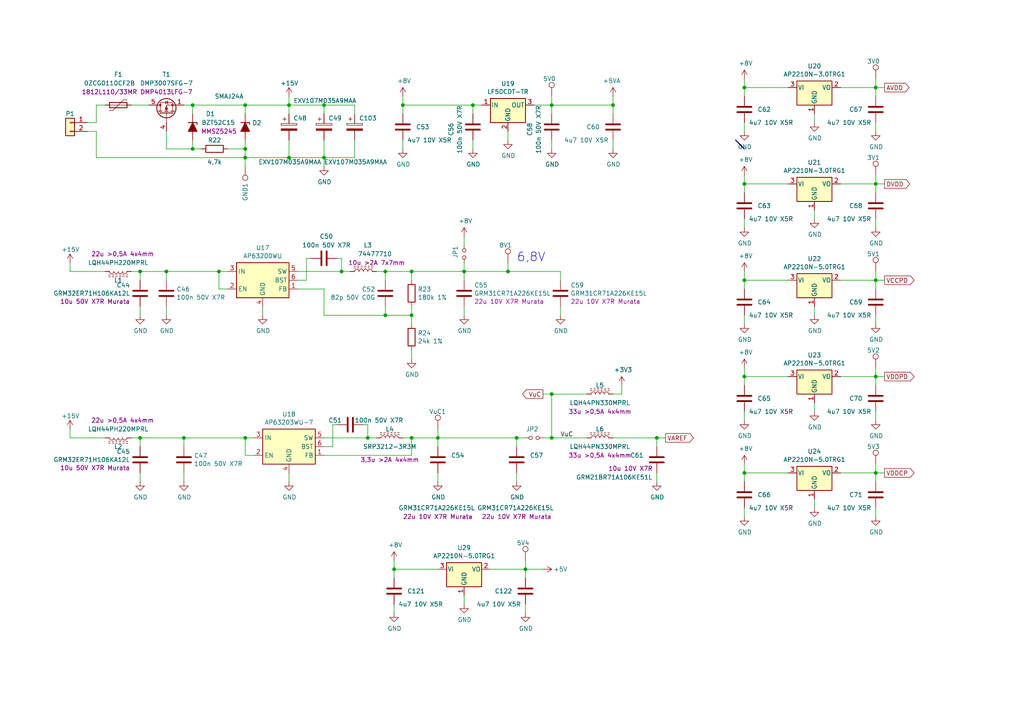
<source format=kicad_sch>
(kicad_sch (version 20230121) (generator eeschema)
  (paper "A4")
  (lib_symbols
    (symbol "Connector:TestPoint" (pin_numbers hide) (pin_names (offset 0.762) hide)
      (property "Reference" "TP" (at 0 6.858 0))
      (property "Value" "TestPoint" (at 0 5.08 0))
      (symbol "TestPoint_0_1"
        (circle (center 0 3.302) (radius 0.762))
      )
      (symbol "TestPoint_1_1"
        (pin passive line (at 0 0 90) (length 2.54) (name "1") (number "1"))
      )
    )
    (symbol "Connector_Generic:Conn_01x02" (pin_names (offset 1.016) hide)
      (property "Reference" "J" (at 0 2.54 0))
      (property "Value" "Conn_01x02" (at 0 -5.08 0))
      (symbol "Conn_01x02_1_1"
        (rectangle (start -1.27 -2.413) (end 0 -2.667) (stroke (width 0.1524)))
        (rectangle (start -1.27 0.127) (end 0 -0.127) (stroke (width 0.1524)))
        (rectangle (start -1.27 1.27) (end 1.27 -3.81) (stroke (width 0.254)) (fill (type background)))
        (pin passive line (at -5.08 0 0) (length 3.81) (name "Pin_1") (number "1"))
        (pin passive line (at -5.08 -2.54 0) (length 3.81) (name "Pin_2") (number "2"))
      )
    )
    (symbol "Device:C" (pin_numbers hide) (pin_names (offset 0.254))
      (property "Reference" "C" (at 0.635 2.54 0))
      (property "Value" "C" (at 0.635 -2.54 0))
      (symbol "C_0_1"
        (polyline (pts (xy -2.032 -0.762) (xy 2.032 -0.762)) (stroke (width 0.508)))
        (polyline (pts (xy -2.032 0.762) (xy 2.032 0.762)) (stroke (width 0.508)))
      )
      (symbol "C_1_1"
        (pin passive line (at 0 3.81 270) (length 2.794) (name "~") (number "1"))
        (pin passive line (at 0 -3.81 90) (length 2.794) (name "~") (number "2"))
      )
    )
    (symbol "Device:Polyfuse" (pin_numbers hide) (pin_names (offset 0))
      (property "Reference" "F" (at -2.54 0 90))
      (property "Value" "Polyfuse" (at 2.54 0 90))
      (symbol "Polyfuse_0_1"
        (rectangle (start -0.762 2.54) (end 0.762 -2.54) (stroke (width 0.254)))
        (polyline (pts (xy 0 2.54) (xy 0 -2.54)))
        (polyline (pts (xy -1.524 2.54) (xy -1.524 1.524) (xy 1.524 -1.524) (xy 1.524 -2.54)))
      )
      (symbol "Polyfuse_1_1"
        (pin passive line (at 0 3.81 270) (length 1.27) (name "~") (number "1"))
        (pin passive line (at 0 -3.81 90) (length 1.27) (name "~") (number "2"))
      )
    )
    (symbol "Device:R" (pin_numbers hide) (pin_names (offset 0))
      (property "Reference" "R" (at 2.032 0 90))
      (property "Value" "R" (at 0 0 90))
      (symbol "R_0_1"
        (rectangle (start -1.016 -2.54) (end 1.016 2.54) (stroke (width 0.254)))
      )
      (symbol "R_1_1"
        (pin passive line (at 0 3.81 270) (length 1.27) (name "~") (number "1"))
        (pin passive line (at 0 -3.81 90) (length 1.27) (name "~") (number "2"))
      )
    )
    (symbol "Regulator_Linear:APE8865N-27-HF-3" (pin_names (offset 0.254))
      (property "Reference" "U" (at -3.81 3.175 0))
      (property "Value" "APE8865N-27-HF-3" (at 0 3.175 0))
      (symbol "APE8865N-27-HF-3_0_1"
        (rectangle (start -5.08 1.905) (end 5.08 -5.08) (stroke (width 0.254)) (fill (type background)))
      )
      (symbol "APE8865N-27-HF-3_1_1"
        (pin power_in line (at 0 -7.62 90) (length 2.54) (name "GND") (number "1"))
        (pin power_out line (at 7.62 0 180) (length 2.54) (name "VO") (number "2"))
        (pin power_in line (at -7.62 0 0) (length 2.54) (name "VI") (number "3"))
      )
    )
    (symbol "Regulator_Linear:L7805" (pin_names (offset 0.254))
      (property "Reference" "U" (at -3.81 3.175 0))
      (property "Value" "L7805" (at 0 3.175 0))
      (symbol "L7805_0_1"
        (rectangle (start -5.08 1.905) (end 5.08 -5.08) (stroke (width 0.254)) (fill (type background)))
      )
      (symbol "L7805_1_1"
        (pin power_in line (at -7.62 0 0) (length 2.54) (name "IN") (number "1"))
        (pin power_in line (at 0 -7.62 90) (length 2.54) (name "GND") (number "2"))
        (pin power_out line (at 7.62 0 180) (length 2.54) (name "OUT") (number "3"))
      )
    )
    (symbol "Regulator_Switching:AP63205WU"
      (property "Reference" "U" (at -7.62 6.35 0))
      (property "Value" "AP63205WU" (at 2.54 6.35 0))
      (symbol "AP63205WU_0_1"
        (rectangle (start -7.62 5.08) (end 7.62 -5.08) (stroke (width 0.254)) (fill (type background)))
      )
      (symbol "AP63205WU_1_1"
        (pin input line (at 10.16 -2.54 180) (length 2.54) (name "FB") (number "1"))
        (pin input line (at -10.16 -2.54 0) (length 2.54) (name "EN") (number "2"))
        (pin power_in line (at -10.16 2.54 0) (length 2.54) (name "IN") (number "3"))
        (pin power_in line (at 0 -7.62 90) (length 2.54) (name "GND") (number "4"))
        (pin output line (at 10.16 2.54 180) (length 2.54) (name "SW") (number "5"))
        (pin passive line (at 10.16 0 180) (length 2.54) (name "BST") (number "6"))
      )
    )
    (symbol "Transistor_FET:DMP3013SFV" (pin_names hide)
      (property "Reference" "Q" (at 5.08 1.905 0))
      (property "Value" "DMP3013SFV" (at 5.08 0 0))
      (symbol "DMP3013SFV_0_1"
        (polyline (pts (xy 0.254 0) (xy -2.54 0)))
        (polyline (pts (xy 0.254 1.905) (xy 0.254 -1.905)) (stroke (width 0.254)))
        (polyline (pts (xy 0.762 -1.27) (xy 0.762 -2.286)) (stroke (width 0.254)))
        (polyline (pts (xy 0.762 0.508) (xy 0.762 -0.508)) (stroke (width 0.254)))
        (polyline (pts (xy 0.762 2.286) (xy 0.762 1.27)) (stroke (width 0.254)))
        (polyline (pts (xy 2.54 2.54) (xy 2.54 1.778)))
        (polyline (pts (xy 2.54 -2.54) (xy 2.54 0) (xy 0.762 0)))
        (polyline (pts (xy 0.762 1.778) (xy 3.302 1.778) (xy 3.302 -1.778) (xy 0.762 -1.778)))
        (polyline (pts (xy 2.286 0) (xy 1.27 0.381) (xy 1.27 -0.381) (xy 2.286 0)) (fill (type outline)))
        (polyline (pts (xy 2.794 -0.508) (xy 2.921 -0.381) (xy 3.683 -0.381) (xy 3.81 -0.254)))
        (polyline (pts (xy 3.302 -0.381) (xy 2.921 0.254) (xy 3.683 0.254) (xy 3.302 -0.381)))
        (circle (center 1.651 0) (radius 2.794) (stroke (width 0.254)))
        (circle (center 2.54 -1.778) (radius 0.254) (fill (type outline)))
        (circle (center 2.54 1.778) (radius 0.254) (fill (type outline)))
      )
      (symbol "DMP3013SFV_1_1"
        (pin passive line (at 2.54 -5.08 90) (length 2.54) (name "S") (number "1"))
        (pin passive line (at 2.54 -5.08 90) (length 2.54) hide (name "S") (number "2"))
        (pin passive line (at 2.54 -5.08 90) (length 2.54) hide (name "S") (number "3"))
        (pin passive line (at -5.08 0 0) (length 2.54) (name "G") (number "4"))
        (pin passive line (at 2.54 5.08 270) (length 2.54) (name "D") (number "5"))
      )
    )
    (symbol "power:+15V" (power) (pin_names (offset 0))
      (property "Value" "+15V" (at 0 3.556 0))
      (symbol "+15V_0_1"
        (polyline (pts (xy -0.762 1.27) (xy 0 2.54)))
        (polyline (pts (xy 0 0) (xy 0 2.54)))
        (polyline (pts (xy 0 2.54) (xy 0.762 1.27)))
      )
      (symbol "+15V_1_1"
        (pin power_in line (at 0 0 90) (length 0) hide (name "+15V") (number "1"))
      )
    )
    (symbol "power:+3V3" (power) (pin_names (offset 0))
      (property "Value" "+3V3" (at 0 3.556 0))
      (symbol "+3V3_0_1"
        (polyline (pts (xy -0.762 1.27) (xy 0 2.54)))
        (polyline (pts (xy 0 0) (xy 0 2.54)))
        (polyline (pts (xy 0 2.54) (xy 0.762 1.27)))
      )
      (symbol "+3V3_1_1"
        (pin power_in line (at 0 0 90) (length 0) hide (name "+3V3") (number "1"))
      )
    )
    (symbol "power:+5V" (power) (pin_names (offset 0))
      (property "Value" "+5V" (at 0 3.556 0))
      (symbol "+5V_0_1"
        (polyline (pts (xy -0.762 1.27) (xy 0 2.54)))
        (polyline (pts (xy 0 0) (xy 0 2.54)))
        (polyline (pts (xy 0 2.54) (xy 0.762 1.27)))
      )
      (symbol "+5V_1_1"
        (pin power_in line (at 0 0 90) (length 0) hide (name "+5V") (number "1"))
      )
    )
    (symbol "power:+5VA" (power) (pin_names (offset 0))
      (property "Value" "+5VA" (at 0 3.556 0))
      (symbol "+5VA_0_1"
        (polyline (pts (xy -0.762 1.27) (xy 0 2.54)))
        (polyline (pts (xy 0 0) (xy 0 2.54)))
        (polyline (pts (xy 0 2.54) (xy 0.762 1.27)))
      )
      (symbol "+5VA_1_1"
        (pin power_in line (at 0 0 90) (length 0) hide (name "+5VA") (number "1"))
      )
    )
    (symbol "power:+8V" (power) (pin_names (offset 0))
      (property "Value" "+8V" (at 0 3.556 0))
      (symbol "+8V_0_1"
        (polyline (pts (xy -0.762 1.27) (xy 0 2.54)))
        (polyline (pts (xy 0 0) (xy 0 2.54)))
        (polyline (pts (xy 0 2.54) (xy 0.762 1.27)))
      )
      (symbol "+8V_1_1"
        (pin power_in line (at 0 0 90) (length 0) hide (name "+8V") (number "1"))
      )
    )
    (symbol "power:GND" (power) (pin_names (offset 0))
      (property "Value" "GND" (at 0 -3.81 0))
      (symbol "GND_0_1"
        (polyline (pts (xy 0 0) (xy 0 -1.27) (xy 1.27 -1.27) (xy 0 -2.54) (xy -1.27 -1.27) (xy 0 -1.27)))
      )
      (symbol "GND_1_1"
        (pin power_in line (at 0 0 270) (length 0) hide (name "GND") (number "1"))
      )
    )
    (symbol "powersc7-rescue:CP-Device" (pin_numbers hide) (pin_names (offset 0.254))
      (property "Reference" "C" (at 0.635 2.54 0))
      (property "Value" "Device_CP" (at 0.635 -2.54 0))
      (symbol "CP-Device_0_1"
        (rectangle (start -2.286 0.508) (end 2.286 1.016))
        (polyline (pts (xy -1.778 2.286) (xy -0.762 2.286)))
        (polyline (pts (xy -1.27 2.794) (xy -1.27 1.778)))
        (rectangle (start 2.286 -0.508) (end -2.286 -1.016) (fill (type outline)))
      )
      (symbol "CP-Device_1_1"
        (pin passive line (at 0 3.81 270) (length 2.794) (name "~") (number "1"))
        (pin passive line (at 0 -3.81 90) (length 2.794) (name "~") (number "2"))
      )
    )
    (symbol "powersc7-rescue:D_Zener_ALT-Device" (pin_numbers hide) (pin_names (offset 1.016) hide)
      (property "Reference" "D" (at 0 2.54 0))
      (property "Value" "Device_D_Zener_ALT" (at 0 -2.54 0))
      (symbol "D_Zener_ALT-Device_0_1"
        (polyline (pts (xy 1.27 0) (xy -1.27 0)))
        (polyline (pts (xy -1.27 -1.27) (xy -1.27 1.27) (xy -0.762 1.27)) (stroke (width 0.254)))
        (polyline (pts (xy 1.27 -1.27) (xy 1.27 1.27) (xy -1.27 0) (xy 1.27 -1.27)) (stroke (width 0.254)) (fill (type outline)))
      )
      (symbol "D_Zener_ALT-Device_1_1"
        (pin passive line (at -3.81 0 0) (length 2.54) (name "K") (number "1"))
        (pin passive line (at 3.81 0 180) (length 2.54) (name "A") (number "2"))
      )
    )
    (symbol "powersc7-rescue:Jumper_NO_Small-Device" (pin_numbers hide) (pin_names (offset 0.762) hide)
      (property "Reference" "JP" (at 0 2.032 0))
      (property "Value" "Device_Jumper_NO_Small" (at 0.254 -1.524 0))
      (symbol "Jumper_NO_Small-Device_0_1"
        (circle (center -1.016 0) (radius 0.508))
        (circle (center 1.016 0) (radius 0.508))
        (pin passive line (at -2.54 0 0) (length 1.016) (name "1") (number "1"))
        (pin passive line (at 2.54 0 180) (length 1.016) (name "2") (number "2"))
      )
    )
    (symbol "powersc7-rescue:L_Core_Ferrite-Device" (pin_numbers hide) (pin_names (offset 1.016) hide)
      (property "Reference" "L" (at -1.27 0 90))
      (property "Value" "Device_L_Core_Ferrite" (at 2.794 0 90))
      (symbol "L_Core_Ferrite-Device_0_1"
        (arc (start 0 -2.54) (mid 0.6323 -1.905) (end 0 -1.27))
        (arc (start 0 -1.27) (mid 0.6323 -0.635) (end 0 0))
        (polyline (pts (xy 1.016 -2.794) (xy 1.016 -2.286)))
        (polyline (pts (xy 1.016 -1.778) (xy 1.016 -1.27)))
        (polyline (pts (xy 1.016 -0.762) (xy 1.016 -0.254)))
        (polyline (pts (xy 1.016 0.254) (xy 1.016 0.762)))
        (polyline (pts (xy 1.016 1.27) (xy 1.016 1.778)))
        (polyline (pts (xy 1.016 2.286) (xy 1.016 2.794)))
        (polyline (pts (xy 1.524 -2.286) (xy 1.524 -2.794)))
        (polyline (pts (xy 1.524 -1.27) (xy 1.524 -1.778)))
        (polyline (pts (xy 1.524 -0.254) (xy 1.524 -0.762)))
        (polyline (pts (xy 1.524 0.762) (xy 1.524 0.254)))
        (polyline (pts (xy 1.524 1.778) (xy 1.524 1.27)))
        (polyline (pts (xy 1.524 2.794) (xy 1.524 2.286)))
        (arc (start 0 0) (mid 0.6323 0.635) (end 0 1.27))
        (arc (start 0 1.27) (mid 0.6323 1.905) (end 0 2.54))
      )
      (symbol "L_Core_Ferrite-Device_1_1"
        (pin passive line (at 0 3.81 270) (length 1.27) (name "1") (number "1"))
        (pin passive line (at 0 -3.81 90) (length 1.27) (name "2") (number "2"))
      )
    )
  )
  (junction (at 71.12 30.48))
  (junction (at 83.82 45.72))
  (junction (at 71.12 43.18))
  (junction (at 254 109.22))
  (junction (at 137.16 30.48))
  (junction (at 215.9 109.22))
  (junction (at 55.88 30.48))
  (junction (at 40.64 78.74))
  (junction (at 63.5 78.74))
  (junction (at 71.12 127))
  (junction (at 40.64 127))
  (junction (at 160.02 30.48))
  (junction (at 119.38 78.74))
  (junction (at 99.06 78.74))
  (junction (at 254 25.4))
  (junction (at 254 137.16))
  (junction (at 55.88 43.18))
  (junction (at 111.76 78.74))
  (junction (at 190.5 127))
  (junction (at 106.68 127))
  (junction (at 149.86 127))
  (junction (at 254 81.28))
  (junction (at 215.9 53.34))
  (junction (at 71.12 45.72))
  (junction (at 93.98 30.48))
  (junction (at 254 53.34))
  (junction (at 116.84 30.48))
  (junction (at 147.32 78.74))
  (junction (at 160.02 114.3))
  (junction (at 215.9 81.28))
  (junction (at 160.02 127))
  (junction (at 114.3 165.1))
  (junction (at 119.38 127))
  (junction (at 53.34 127))
  (junction (at 152.4 165.1))
  (junction (at 215.9 137.16))
  (junction (at 215.9 25.4))
  (junction (at 48.26 78.74))
  (junction (at 83.82 30.48))
  (junction (at 134.62 78.74))
  (junction (at 111.76 91.44))
  (junction (at 177.8 30.48))
  (junction (at 127 127))
  (junction (at 93.98 45.72))
  (junction (at 119.38 91.44))
  (wire (pts (xy 83.82 45.72) (xy 93.98 45.72)))
  (wire (pts (xy 55.88 43.18) (xy 55.88 40.64)))
  (wire (pts (xy 111.76 91.44) (xy 93.98 91.44)))
  (wire (pts (xy 147.32 40.64) (xy 147.32 38.1)))
  (wire (pts (xy 152.4 165.1) (xy 142.24 165.1)))
  (wire (pts (xy 116.84 43.18) (xy 116.84 40.64)))
  (wire (pts (xy 236.22 147.32) (xy 236.22 144.78)))
  (wire (pts (xy 254 38.1) (xy 254 35.56)))
  (wire (pts (xy 228.6 109.22) (xy 215.9 109.22)))
  (wire (pts (xy 93.98 132.08) (xy 119.38 132.08)))
  (wire (pts (xy 137.16 33.02) (xy 137.16 30.48)))
  (wire (pts (xy 83.82 45.72) (xy 83.82 40.64)))
  (wire (pts (xy 215.9 38.1) (xy 215.9 35.56)))
  (wire (pts (xy 116.84 30.48) (xy 116.84 33.02)))
  (wire (pts (xy 254 66.04) (xy 254 63.5)))
  (wire (pts (xy 152.4 167.64) (xy 152.4 165.1)))
  (wire (pts (xy 40.64 127) (xy 53.34 127)))
  (wire (pts (xy 93.98 127) (xy 106.68 127)))
  (wire (pts (xy 254 139.7) (xy 254 137.16)))
  (wire (pts (xy 152.4 165.1) (xy 157.48 165.1)))
  (wire (pts (xy 160.02 30.48) (xy 154.94 30.48)))
  (wire (pts (xy 177.8 33.02) (xy 177.8 30.48)))
  (wire (pts (xy 215.9 137.16) (xy 215.9 139.7)))
  (wire (pts (xy 127 165.1) (xy 114.3 165.1)))
  (wire (pts (xy 83.82 33.02) (xy 83.82 30.48)))
  (wire (pts (xy 102.87 45.72) (xy 93.98 45.72)))
  (wire (pts (xy 71.12 127) (xy 73.66 127)))
  (wire (pts (xy 53.34 127) (xy 71.12 127)))
  (wire (pts (xy 193.04 127) (xy 190.5 127)))
  (wire (pts (xy 96.52 123.19) (xy 96.52 129.54)))
  (wire (pts (xy 119.38 81.28) (xy 119.38 78.74)))
  (wire (pts (xy 236.22 63.5) (xy 236.22 60.96)))
  (wire (pts (xy 160.02 27.94) (xy 160.02 30.48)))
  (wire (pts (xy 215.9 78.74) (xy 215.9 81.28)))
  (wire (pts (xy 63.5 78.74) (xy 66.04 78.74)))
  (wire (pts (xy 48.26 91.44) (xy 48.26 88.9)))
  (wire (pts (xy 149.86 139.7) (xy 149.86 137.16)))
  (wire (pts (xy 134.62 78.74) (xy 134.62 81.28)))
  (wire (pts (xy 149.86 127) (xy 149.86 129.54)))
  (wire (pts (xy 152.4 127) (xy 149.86 127)))
  (wire (pts (xy 160.02 33.02) (xy 160.02 30.48)))
  (wire (pts (xy 147.32 78.74) (xy 134.62 78.74)))
  (wire (pts (xy 71.12 33.02) (xy 71.12 30.48)))
  (wire (pts (xy 177.8 43.18) (xy 177.8 40.64)))
  (wire (pts (xy 228.6 137.16) (xy 215.9 137.16)))
  (wire (pts (xy 254 109.22) (xy 256.54 109.22)))
  (wire (pts (xy 38.1 127) (xy 40.64 127)))
  (wire (pts (xy 114.3 162.56) (xy 114.3 165.1)))
  (wire (pts (xy 215.9 109.22) (xy 215.9 111.76)))
  (wire (pts (xy 97.79 123.19) (xy 96.52 123.19)))
  (wire (pts (xy 83.82 45.72) (xy 71.12 45.72)))
  (wire (pts (xy 228.6 25.4) (xy 215.9 25.4)))
  (wire (pts (xy 114.3 165.1) (xy 114.3 167.64)))
  (wire (pts (xy 83.82 30.48) (xy 71.12 30.48)))
  (wire (pts (xy 215.9 93.98) (xy 215.9 91.44)))
  (wire (pts (xy 40.64 139.7) (xy 40.64 137.16)))
  (wire (pts (xy 254 25.4) (xy 256.54 25.4)))
  (wire (pts (xy 66.04 83.82) (xy 63.5 83.82)))
  (wire (pts (xy 119.38 104.14) (xy 119.38 101.6)))
  (wire (pts (xy 254 81.28) (xy 256.54 81.28)))
  (wire (pts (xy 215.9 121.92) (xy 215.9 119.38)))
  (wire (pts (xy 106.68 123.19) (xy 106.68 127)))
  (wire (pts (xy 48.26 78.74) (xy 63.5 78.74)))
  (wire (pts (xy 160.02 114.3) (xy 160.02 127)))
  (wire (pts (xy 20.32 127) (xy 30.48 127)))
  (wire (pts (xy 177.8 30.48) (xy 177.8 27.94)))
  (wire (pts (xy 20.32 78.74) (xy 30.48 78.74)))
  (wire (pts (xy 160.02 114.3) (xy 170.18 114.3)))
  (wire (pts (xy 152.4 177.8) (xy 152.4 175.26)))
  (wire (pts (xy 134.62 88.9) (xy 134.62 91.44)))
  (wire (pts (xy 119.38 127) (xy 116.84 127)))
  (wire (pts (xy 127 127) (xy 119.38 127)))
  (wire (pts (xy 93.98 83.82) (xy 86.36 83.82)))
  (wire (pts (xy 40.64 91.44) (xy 40.64 88.9)))
  (bus (pts (xy 213.36 40.64) (xy 215.9 43.18)))
  (wire (pts (xy 236.22 35.56) (xy 236.22 33.02)))
  (wire (pts (xy 27.94 35.56) (xy 27.94 30.48)))
  (wire (pts (xy 137.16 43.18) (xy 137.16 40.64)))
  (wire (pts (xy 127 127) (xy 127 129.54)))
  (wire (pts (xy 215.9 53.34) (xy 215.9 55.88)))
  (wire (pts (xy 215.9 25.4) (xy 215.9 27.94)))
  (wire (pts (xy 177.8 127) (xy 190.5 127)))
  (wire (pts (xy 71.12 132.08) (xy 71.12 127)))
  (wire (pts (xy 101.6 78.74) (xy 99.06 78.74)))
  (wire (pts (xy 40.64 81.28) (xy 40.64 78.74)))
  (wire (pts (xy 254 55.88) (xy 254 53.34)))
  (wire (pts (xy 40.64 78.74) (xy 48.26 78.74)))
  (wire (pts (xy 53.34 129.54) (xy 53.34 127)))
  (wire (pts (xy 93.98 40.64) (xy 93.98 45.72)))
  (wire (pts (xy 106.68 123.19) (xy 105.41 123.19)))
  (wire (pts (xy 119.38 91.44) (xy 111.76 91.44)))
  (wire (pts (xy 96.52 129.54) (xy 93.98 129.54)))
  (wire (pts (xy 254 27.94) (xy 254 25.4)))
  (wire (pts (xy 254 109.22) (xy 243.84 109.22)))
  (wire (pts (xy 109.22 127) (xy 106.68 127)))
  (wire (pts (xy 215.9 81.28) (xy 215.9 83.82)))
  (wire (pts (xy 254 93.98) (xy 254 91.44)))
  (wire (pts (xy 147.32 76.2) (xy 147.32 78.74)))
  (wire (pts (xy 254 121.92) (xy 254 119.38)))
  (wire (pts (xy 27.94 35.56) (xy 25.4 35.56)))
  (wire (pts (xy 86.36 78.74) (xy 99.06 78.74)))
  (wire (pts (xy 55.88 30.48) (xy 53.34 30.48)))
  (wire (pts (xy 254 149.86) (xy 254 147.32)))
  (wire (pts (xy 162.56 78.74) (xy 162.56 81.28)))
  (wire (pts (xy 40.64 129.54) (xy 40.64 127)))
  (wire (pts (xy 215.9 50.8) (xy 215.9 53.34)))
  (wire (pts (xy 38.1 78.74) (xy 40.64 78.74)))
  (wire (pts (xy 190.5 139.7) (xy 190.5 137.16)))
  (wire (pts (xy 127 124.46) (xy 127 127)))
  (wire (pts (xy 111.76 91.44) (xy 111.76 88.9)))
  (wire (pts (xy 177.8 30.48) (xy 160.02 30.48)))
  (wire (pts (xy 58.42 43.18) (xy 55.88 43.18)))
  (wire (pts (xy 162.56 78.74) (xy 147.32 78.74)))
  (wire (pts (xy 76.2 91.44) (xy 76.2 88.9)))
  (wire (pts (xy 139.7 30.48) (xy 137.16 30.48)))
  (wire (pts (xy 27.94 45.72) (xy 71.12 45.72)))
  (wire (pts (xy 119.38 93.98) (xy 119.38 91.44)))
  (wire (pts (xy 27.94 38.1) (xy 27.94 45.72)))
  (wire (pts (xy 254 25.4) (xy 243.84 25.4)))
  (wire (pts (xy 27.94 38.1) (xy 25.4 38.1)))
  (wire (pts (xy 137.16 30.48) (xy 116.84 30.48)))
  (wire (pts (xy 38.1 30.48) (xy 43.18 30.48)))
  (wire (pts (xy 157.48 127) (xy 160.02 127)))
  (wire (pts (xy 180.34 111.76) (xy 180.34 114.3)))
  (wire (pts (xy 93.98 91.44) (xy 93.98 83.82)))
  (wire (pts (xy 20.32 127) (xy 20.32 124.46)))
  (wire (pts (xy 102.87 40.64) (xy 102.87 45.72)))
  (wire (pts (xy 160.02 43.18) (xy 160.02 40.64)))
  (wire (pts (xy 119.38 78.74) (xy 134.62 78.74)))
  (wire (pts (xy 55.88 30.48) (xy 71.12 30.48)))
  (wire (pts (xy 215.9 66.04) (xy 215.9 63.5)))
  (wire (pts (xy 215.9 134.62) (xy 215.9 137.16)))
  (wire (pts (xy 102.87 30.48) (xy 93.98 30.48)))
  (wire (pts (xy 119.38 132.08) (xy 119.38 127)))
  (wire (pts (xy 236.22 91.44) (xy 236.22 88.9)))
  (wire (pts (xy 254 22.86) (xy 254 25.4)))
  (wire (pts (xy 93.98 48.26) (xy 93.98 45.72)))
  (wire (pts (xy 236.22 119.38) (xy 236.22 116.84)))
  (wire (pts (xy 215.9 149.86) (xy 215.9 147.32)))
  (wire (pts (xy 254 50.8) (xy 254 53.34)))
  (wire (pts (xy 66.04 43.18) (xy 71.12 43.18)))
  (wire (pts (xy 102.87 33.02) (xy 102.87 30.48)))
  (wire (pts (xy 119.38 91.44) (xy 119.38 88.9)))
  (wire (pts (xy 88.9 81.28) (xy 86.36 81.28)))
  (wire (pts (xy 157.48 114.3) (xy 160.02 114.3)))
  (wire (pts (xy 88.9 74.93) (xy 88.9 81.28)))
  (wire (pts (xy 254 78.74) (xy 254 81.28)))
  (wire (pts (xy 83.82 30.48) (xy 83.82 27.94)))
  (wire (pts (xy 254 106.68) (xy 254 109.22)))
  (wire (pts (xy 63.5 83.82) (xy 63.5 78.74)))
  (wire (pts (xy 134.62 175.26) (xy 134.62 172.72)))
  (wire (pts (xy 190.5 127) (xy 190.5 129.54)))
  (wire (pts (xy 99.06 74.93) (xy 99.06 78.74)))
  (wire (pts (xy 254 81.28) (xy 243.84 81.28)))
  (wire (pts (xy 134.62 76.2) (xy 134.62 78.74)))
  (wire (pts (xy 53.34 139.7) (xy 53.34 137.16)))
  (wire (pts (xy 254 53.34) (xy 256.54 53.34)))
  (wire (pts (xy 254 134.62) (xy 254 137.16)))
  (wire (pts (xy 162.56 91.44) (xy 162.56 88.9)))
  (wire (pts (xy 149.86 127) (xy 127 127)))
  (wire (pts (xy 254 83.82) (xy 254 81.28)))
  (wire (pts (xy 20.32 78.74) (xy 20.32 76.2)))
  (wire (pts (xy 254 137.16) (xy 243.84 137.16)))
  (wire (pts (xy 90.17 74.93) (xy 88.9 74.93)))
  (wire (pts (xy 109.22 78.74) (xy 111.76 78.74)))
  (wire (pts (xy 48.26 81.28) (xy 48.26 78.74)))
  (wire (pts (xy 116.84 27.94) (xy 116.84 30.48)))
  (wire (pts (xy 55.88 33.02) (xy 55.88 30.48)))
  (wire (pts (xy 254 53.34) (xy 243.84 53.34)))
  (wire (pts (xy 71.12 48.26) (xy 71.12 45.72)))
  (wire (pts (xy 71.12 45.72) (xy 71.12 43.18)))
  (wire (pts (xy 111.76 81.28) (xy 111.76 78.74)))
  (wire (pts (xy 93.98 33.02) (xy 93.98 30.48)))
  (wire (pts (xy 254 111.76) (xy 254 109.22)))
  (wire (pts (xy 71.12 43.18) (xy 71.12 40.64)))
  (wire (pts (xy 55.88 43.18) (xy 48.26 43.18)))
  (wire (pts (xy 27.94 30.48) (xy 30.48 30.48)))
  (wire (pts (xy 134.62 71.12) (xy 134.62 68.58)))
  (wire (pts (xy 48.26 43.18) (xy 48.26 38.1)))
  (wire (pts (xy 111.76 78.74) (xy 119.38 78.74)))
  (wire (pts (xy 127 137.16) (xy 127 139.7)))
  (wire (pts (xy 152.4 162.56) (xy 152.4 165.1)))
  (wire (pts (xy 160.02 127) (xy 170.18 127)))
  (wire (pts (xy 114.3 177.8) (xy 114.3 175.26)))
  (wire (pts (xy 228.6 81.28) (xy 215.9 81.28)))
  (wire (pts (xy 180.34 114.3) (xy 177.8 114.3)))
  (wire (pts (xy 228.6 53.34) (xy 215.9 53.34)))
  (wire (pts (xy 73.66 132.08) (xy 71.12 132.08)))
  (wire (pts (xy 93.98 30.48) (xy 83.82 30.48)))
  (wire (pts (xy 215.9 106.68) (xy 215.9 109.22)))
  (wire (pts (xy 215.9 22.86) (xy 215.9 25.4)))
  (wire (pts (xy 99.06 74.93) (xy 97.79 74.93)))
  (wire (pts (xy 254 137.16) (xy 256.54 137.16)))
  (wire (pts (xy 83.82 139.7) (xy 83.82 137.16)))
  (text "6,8V" (at 149.86 76.2 0) (effects (font (size 2.54 2.54)) (justify left bottom)))
  (label "VuC" (at 162.56 127 0))
  (global_label "AVDD" (shape output) (at 256.54 25.4 0) (property "Intersheetrefs" "${INTERSHEET_REFS}" (effects hide)))
  (global_label "VuC" (shape output) (at 157.48 114.3 180) (property "Intersheetrefs" "${INTERSHEET_REFS}" (effects hide)))
  (global_label "VDDPD" (shape output) (at 256.54 109.22 0) (property "Intersheetrefs" "${INTERSHEET_REFS}" (effects hide)))
  (global_label "VDDCP" (shape output) (at 256.54 137.16 0) (property "Intersheetrefs" "${INTERSHEET_REFS}" (effects hide)))
  (global_label "DVDD" (shape output) (at 256.54 53.34 0) (property "Intersheetrefs" "${INTERSHEET_REFS}" (effects hide)))
  (global_label "VCCPD" (shape output) (at 256.54 81.28 0) (property "Intersheetrefs" "${INTERSHEET_REFS}" (effects hide)))
  (global_label "VAREF" (shape output) (at 193.04 127 0) (property "Intersheetrefs" "${INTERSHEET_REFS}" (effects hide)))
  (symbol (lib_id "powersc7-rescue:Jumper_NO_Small-Device") (at 134.62 73.66 90) (unit 1)
    (property "Reference" "JP1" (at 132.08 74.93 0) (effects (justify left)))
    (property "Value" "Jumper_NO_Small" (effects hide))
    (property "Footprint" "ff_lib:GS2_small" (effects hide))
  )
  (symbol (lib_id "power:+5VA") (at 177.8 27.94 0) (mirror y) (unit 1)
    (property "Reference" "#PWR0192" (effects hide))
    (property "Value" "+5VA" (at 177.419 23.4442 0))
  )
  (symbol (lib_id "Regulator_Linear:L7805") (at 147.32 30.48 0) (unit 1)
    (property "Reference" "U19" (at 147.32 24.257 0))
    (property "Value" "LF50CDT-TR" (at 147.32 26.6192 0))
    (property "Footprint" "Package_TO_SOT_SMD:TO-252-3_TabPin2" (effects hide))
    (property "Datasheet" "http://www.st.com/content/ccc/resource/technical/document/datasheet/41/4f/b3/b0/12/d4/47/88/CD00000444.pdf/files/CD00000444.pdf/jcr:content/translations/en.CD00000444.pdf" (effects hide))
  )
  (symbol (lib_id "Device:C") (at 116.84 36.83 0) (unit 1)
    (property "Reference" "C53" (at 120.65 36.83 0) (effects (justify left)))
    (property "Value" "4u7 10V X5R" (at 118.11 40.64 0) (effects (justify left)))
    (property "Footprint" "Capacitors_SMD:C_0603" (effects hide))
  )
  (symbol (lib_id "Device:C") (at 177.8 36.83 0) (mirror y) (unit 1)
    (property "Reference" "C60" (at 173.99 36.83 0) (effects (justify left)))
    (property "Value" "4u7 10V X5R" (at 176.53 40.64 0) (effects (justify left)))
    (property "Footprint" "Capacitors_SMD:C_0603" (effects hide))
  )
  (symbol (lib_id "power:GND") (at 116.84 43.18 0) (unit 1)
    (property "Reference" "#PWR099" (effects hide))
    (property "Value" "GND" (at 116.967 47.6758 0))
  )
  (symbol (lib_id "power:GND") (at 147.32 40.64 0) (unit 1)
    (property "Reference" "#PWR0105" (effects hide))
    (property "Value" "GND" (at 147.447 45.1358 0))
  )
  (symbol (lib_id "power:GND") (at 177.8 43.18 0) (unit 1)
    (property "Reference" "#PWR0109" (effects hide))
    (property "Value" "GND" (at 177.927 47.6758 0))
  )
  (symbol (lib_id "power:+8V") (at 116.84 27.94 0) (unit 1)
    (property "Reference" "#PWR098" (effects hide))
    (property "Value" "+8V" (at 117.221 23.4442 0))
  )
  (symbol (lib_id "Device:C") (at 137.16 36.83 0) (mirror x) (unit 1)
    (property "Reference" "C56" (at 130.81 35.56 90) (effects (justify left)))
    (property "Value" "100n 50V X7R" (at 133.35 30.48 90) (effects (justify left)))
    (property "Footprint" "Capacitors_SMD:C_0603" (effects hide))
  )
  (symbol (lib_id "Device:C") (at 160.02 36.83 0) (mirror x) (unit 1)
    (property "Reference" "C58" (at 153.67 35.56 90) (effects (justify left)))
    (property "Value" "100n 50V X7R" (at 156.21 30.48 90) (effects (justify left)))
    (property "Footprint" "Capacitors_SMD:C_0603" (effects hide))
  )
  (symbol (lib_id "power:GND") (at 160.02 43.18 0) (unit 1)
    (property "Reference" "#PWR0107" (effects hide))
    (property "Value" "GND" (at 160.147 47.6758 0))
  )
  (symbol (lib_id "power:GND") (at 137.16 43.18 0) (unit 1)
    (property "Reference" "#PWR0104" (effects hide))
    (property "Value" "GND" (at 137.287 47.6758 0))
  )
  (symbol (lib_id "Connector:TestPoint") (at 160.02 27.94 0) (unit 1)
    (property "Reference" "5V0" (at 157.48 22.86 0) (effects (justify left)))
    (property "Value" "TestPoint" (effects hide))
    (property "Footprint" "Connectors_TestPoints:Test_Point_THTPad_1.5x1.5mm_Drill0.7mm" (effects hide))
  )
  (symbol (lib_id "Connector:TestPoint") (at 254 22.86 0) (unit 1)
    (property "Reference" "3V0" (at 251.46 17.78 0) (effects (justify left)))
    (property "Value" "TestPoint" (effects hide))
    (property "Footprint" "Connectors_TestPoints:Test_Point_THTPad_1.5x1.5mm_Drill0.7mm" (effects hide))
  )
  (symbol (lib_id "Connector:TestPoint") (at 254 50.8 0) (unit 1)
    (property "Reference" "3V1" (at 251.46 45.72 0) (effects (justify left)))
    (property "Value" "TestPoint" (effects hide))
    (property "Footprint" "Connectors_TestPoints:Test_Point_THTPad_1.5x1.5mm_Drill0.7mm" (effects hide))
  )
  (symbol (lib_id "Connector:TestPoint") (at 254 78.74 0) (unit 1)
    (property "Reference" "5V1" (at 251.46 73.66 0) (effects (justify left)))
    (property "Value" "TestPoint" (effects hide))
    (property "Footprint" "Connectors_TestPoints:Test_Point_THTPad_1.5x1.5mm_Drill0.7mm" (effects hide))
  )
  (symbol (lib_id "Connector:TestPoint") (at 254 106.68 0) (unit 1)
    (property "Reference" "5V2" (at 251.46 101.6 0) (effects (justify left)))
    (property "Value" "TestPoint" (effects hide))
    (property "Footprint" "Connectors_TestPoints:Test_Point_THTPad_1.5x1.5mm_Drill0.7mm" (effects hide))
  )
  (symbol (lib_id "Connector:TestPoint") (at 254 134.62 0) (unit 1)
    (property "Reference" "5V3" (at 251.46 129.54 0) (effects (justify left)))
    (property "Value" "TestPoint" (effects hide))
    (property "Footprint" "Connectors_TestPoints:Test_Point_THTPad_1.5x1.5mm_Drill0.7mm" (effects hide))
  )
  (symbol (lib_id "powersc7-rescue:D_Zener_ALT-Device") (at 71.12 36.83 270) (unit 1)
    (property "Reference" "D2" (at 73.152 35.6362 90) (effects (justify left)))
    (property "Value" "SMAJ24A" (at 62.23 27.94 90) (effects (justify left)))
    (property "Footprint" "Diodes_SMD:D_SMC" (effects hide))
  )
  (symbol (lib_id "powersc7-rescue:CP-Device") (at 83.82 36.83 0) (unit 1)
    (property "Reference" "C48" (at 85.09 34.29 0) (effects (justify left)))
    (property "Value" "EXV107M035A9MAA" (at 74.93 46.99 0) (effects (justify left)))
    (property "Footprint" "Capacitors_SMD:CP_Elec_8x10.5" (effects hide))
    (property "Comm" "≥100u ≥30V ≥4000h Ø8 ≥105°C " (effects hide))
  )
  (symbol (lib_id "Transistor_FET:DMP3013SFV") (at 48.26 33.02 90) (unit 1)
    (property "Reference" "T1" (at 48.26 21.59 90))
    (property "Value" "DMP3007SFG-7" (at 48.26 24.13 90))
    (property "Footprint" "Housings_SON:Diodes_PowerDI3333-8" (effects hide))
    (property "Datasheet" "https://www.diodes.com/assets/Datasheets/DMP3007SFG.pdf" (effects hide))
    (property "Comm" "DMP4013LFG-7" (at 48.26 26.67 90))
  )
  (symbol (lib_id "powersc7-rescue:D_Zener_ALT-Device") (at 55.88 36.83 270) (unit 1)
    (property "Reference" "D1" (at 59.69 33.02 90) (effects (justify left)))
    (property "Value" "BZT52C15" (at 58.42 35.56 90) (effects (justify left)))
    (property "Footprint" "Diodes_SMD:D_SOD-123" (effects hide))
    (property "Comm" "MMSZ5245" (at 63.5 38.1 90))
  )
  (symbol (lib_id "Device:R") (at 62.23 43.18 270) (unit 1)
    (property "Reference" "R22" (at 62.23 40.64 90))
    (property "Value" "4,7k" (at 62.23 46.99 90))
    (property "Footprint" "ff_lib:R_0603_ff" (effects hide))
  )
  (symbol (lib_id "Connector_Generic:Conn_01x02") (at 20.32 35.56 0) (mirror y) (unit 1)
    (property "Reference" "P1" (at 20.32 33.02 0))
    (property "Value" "MSTBA 2,5/ 2-G-5,08 - 1757242" (effects hide))
    (property "Footprint" "Connectors_Phoenix:PhoenixContact_MSTBA-G_02x5.08mm_Angled" (effects hide))
    (property "Vendor" "Adam Tech, TE Connectivity, Xinya, Ninigi" (effects hide))
  )
  (symbol (lib_id "powersc7-rescue:Jumper_NO_Small-Device") (at 154.94 127 0) (mirror y) (unit 1)
    (property "Reference" "JP2" (at 156.21 124.46 0) (effects (justify left)))
    (property "Value" "Jumper_NO_Small" (effects hide))
    (property "Footprint" "ff_lib:GS2_small" (effects hide))
  )
  (symbol (lib_id "Regulator_Switching:AP63205WU") (at 83.82 129.54 0) (unit 1)
    (property "Reference" "U18" (at 83.82 120.142 0))
    (property "Value" "AP63203WU-7" (at 83.82 122.5042 0))
    (property "Footprint" "Package_TO_SOT_SMD:TSOT-23-6" (effects hide))
    (property "Datasheet" "https://www.diodes.com/assets/Datasheets/AP63200-AP63201-AP63203-AP63205.pdf" (effects hide))
  )
  (symbol (lib_id "power:GND") (at 83.82 139.7 0) (unit 1)
    (property "Reference" "#PWR097" (effects hide))
    (property "Value" "GND" (at 83.947 144.1958 0))
  )
  (symbol (lib_id "Device:C") (at 40.64 133.35 0) (mirror y) (unit 1)
    (property "Reference" "C45" (at 37.719 130.9878 0) (effects (justify left)))
    (property "Value" "GRM32ER71H106KA12L" (at 37.719 133.35 0) (effects (justify left)))
    (property "Footprint" "Capacitors_SMD:C_1210" (effects hide))
    (property "Comm" "10u 50V X7R Murata" (at 37.719 135.7122 0) (effects (justify left)))
  )
  (symbol (lib_id "power:GND") (at 40.64 139.7 0) (unit 1)
    (property "Reference" "#PWR092" (effects hide))
    (property "Value" "GND" (at 40.767 144.1958 0))
  )
  (symbol (lib_id "Device:C") (at 101.6 123.19 270) (unit 1)
    (property "Reference" "C51" (at 95.25 121.92 90) (effects (justify left)))
    (property "Value" "100n 50V X7R" (at 102.87 121.92 90) (effects (justify left)))
    (property "Footprint" "Capacitors_SMD:C_0603" (effects hide))
  )
  (symbol (lib_id "powersc7-rescue:L_Core_Ferrite-Device") (at 113.03 127 270) (mirror x) (unit 1)
    (property "Reference" "L4" (at 113.03 124.46 90))
    (property "Value" "SRP3212-3R3M" (at 113.03 129.54 90))
    (property "Footprint" "ff_lib:L_Bourns_SRP3212" (effects hide))
    (property "Comm" "3,3u >2A 4x4mm" (at 113.03 133.35 90))
  )
  (symbol (lib_id "Device:C") (at 127 133.35 0) (unit 1)
    (property "Reference" "C54" (at 130.81 132.08 0) (effects (justify left)))
    (property "Value" "GRM31CR71A226KE15L" (at 115.57 147.32 0) (effects (justify left)))
    (property "Footprint" "Capacitors_SMD:C_1206" (effects hide))
    (property "Comm" "22u 10V X7R Murata" (at 116.84 149.86 0) (effects (justify left)))
  )
  (symbol (lib_id "Device:C") (at 149.86 133.35 0) (unit 1)
    (property "Reference" "C57" (at 153.67 132.08 0) (effects (justify left)))
    (property "Value" "GRM31CR71A226KE15L" (at 138.43 147.32 0) (effects (justify left)))
    (property "Footprint" "Capacitors_SMD:C_1206" (effects hide))
    (property "Comm" "22u 10V X7R Murata" (at 139.7 149.86 0) (effects (justify left)))
  )
  (symbol (lib_id "power:GND") (at 127 139.7 0) (unit 1)
    (property "Reference" "#PWR0101" (effects hide))
    (property "Value" "GND" (at 127.127 144.1958 0))
  )
  (symbol (lib_id "power:GND") (at 149.86 139.7 0) (unit 1)
    (property "Reference" "#PWR0106" (effects hide))
    (property "Value" "GND" (at 149.987 144.1958 0))
  )
  (symbol (lib_id "Device:C") (at 53.34 133.35 0) (unit 1)
    (property "Reference" "C47" (at 56.261 132.1562 0) (effects (justify left)))
    (property "Value" "100n 50V X7R" (at 56.261 134.5184 0) (effects (justify left)))
    (property "Footprint" "Capacitors_SMD:C_0603" (effects hide))
  )
  (symbol (lib_id "power:GND") (at 53.34 139.7 0) (unit 1)
    (property "Reference" "#PWR094" (effects hide))
    (property "Value" "GND" (at 53.467 144.1958 0))
  )
  (symbol (lib_id "power:+15V") (at 20.32 124.46 0) (unit 1)
    (property "Reference" "#PWR090" (effects hide))
    (property "Value" "+15V" (at 17.78 120.65 0) (effects (justify left)))
  )
  (symbol (lib_id "powersc7-rescue:L_Core_Ferrite-Device") (at 34.29 127 270) (unit 1)
    (property "Reference" "L2" (at 34.29 129.54 90))
    (property "Value" "LQH44PH220MPRL" (at 34.29 124.46 90))
    (property "Footprint" "ff_lib:L_MURATA_LQH44" (effects hide))
    (property "Comm" "22u >0,5A 4x4mm" (at 35.56 121.92 90))
  )
  (symbol (lib_id "Connector:TestPoint") (at 127 124.46 0) (unit 1)
    (property "Reference" "VuC1" (at 124.46 119.38 0) (effects (justify left)))
    (property "Value" "TestPoint" (effects hide))
    (property "Footprint" "Connectors_TestPoints:Test_Point_THTPad_1.5x1.5mm_Drill0.7mm" (effects hide))
  )
  (symbol (lib_id "Device:C") (at 190.5 133.35 0) (mirror y) (unit 1)
    (property "Reference" "C61" (at 186.69 132.08 0) (effects (justify left)))
    (property "Value" "GRM21BR71A106KE51L" (at 189.23 138.43 0) (effects (justify left)))
    (property "Footprint" "Capacitors_SMD:C_0805" (effects hide))
    (property "Comm" "10u 10V X7R" (at 182.88 135.89 0))
  )
  (symbol (lib_id "power:GND") (at 190.5 139.7 0) (unit 1)
    (property "Reference" "#PWR0111" (effects hide))
    (property "Value" "GND" (at 190.627 144.1958 0))
  )
  (symbol (lib_id "Device:Polyfuse") (at 34.29 30.48 270) (unit 1)
    (property "Reference" "F1" (at 34.29 21.59 90))
    (property "Value" "0ZCG0110CF2B" (at 31.75 24.13 90))
    (property "Footprint" "Resistors_SMD:R_1812" (effects hide))
    (property "Comm" "1812L110/33MR" (at 31.75 26.67 90))
  )
  (symbol (lib_id "power:+15V") (at 83.82 27.94 0) (unit 1)
    (property "Reference" "#PWR096" (effects hide))
    (property "Value" "+15V" (at 81.28 24.13 0) (effects (justify left)))
  )
  (symbol (lib_id "Connector:TestPoint") (at 71.12 48.26 180) (unit 1)
    (property "Reference" "GND1" (at 71.12 53.0352 90) (effects (justify left)))
    (property "Value" "TestPoint" (effects hide))
    (property "Footprint" "Connectors_TestPoints:Test_Point_Bridge_Pitch2.54mm_Drill1.0mm" (effects hide))
  )
  (symbol (lib_id "Regulator_Linear:APE8865N-27-HF-3") (at 134.62 165.1 0) (unit 1)
    (property "Reference" "U29" (at 134.62 158.877 0))
    (property "Value" "AP2210N-5.0TRG1" (at 134.62 161.2392 0))
    (property "Footprint" "Package_TO_SOT_SMD:SOT-23" (effects hide))
    (property "Datasheet" "https://www.diodes.com/assets/Datasheets/AP2210.pdf" (effects hide))
  )
  (symbol (lib_id "Device:C") (at 114.3 171.45 0) (unit 1)
    (property "Reference" "C121" (at 118.11 171.45 0) (effects (justify left)))
    (property "Value" "4u7 10V X5R" (at 115.57 175.26 0) (effects (justify left)))
    (property "Footprint" "Capacitors_SMD:C_0603" (effects hide))
  )
  (symbol (lib_id "Device:C") (at 152.4 171.45 0) (mirror y) (unit 1)
    (property "Reference" "C122" (at 148.59 171.45 0) (effects (justify left)))
    (property "Value" "4u7 10V X5R" (at 151.13 175.26 0) (effects (justify left)))
    (property "Footprint" "Capacitors_SMD:C_0603" (effects hide))
  )
  (symbol (lib_id "power:GND") (at 114.3 177.8 0) (unit 1)
    (property "Reference" "#PWR0212" (effects hide))
    (property "Value" "GND" (at 114.427 182.2958 0))
  )
  (symbol (lib_id "power:GND") (at 134.62 175.26 0) (unit 1)
    (property "Reference" "#PWR0213" (effects hide))
    (property "Value" "GND" (at 134.747 179.7558 0))
  )
  (symbol (lib_id "power:GND") (at 152.4 177.8 0) (unit 1)
    (property "Reference" "#PWR0214" (effects hide))
    (property "Value" "GND" (at 152.527 182.2958 0))
  )
  (symbol (lib_id "power:+8V") (at 114.3 162.56 0) (unit 1)
    (property "Reference" "#PWR0211" (effects hide))
    (property "Value" "+8V" (at 114.681 158.0642 0))
  )
  (symbol (lib_id "Connector:TestPoint") (at 152.4 162.56 0) (unit 1)
    (property "Reference" "5V4" (at 149.86 157.48 0) (effects (justify left)))
    (property "Value" "TestPoint" (effects hide))
    (property "Footprint" "Connectors_TestPoints:Test_Point_THTPad_1.5x1.5mm_Drill0.7mm" (effects hide))
  )
  (symbol (lib_id "power:+5V") (at 157.48 165.1 270) (mirror x) (unit 1)
    (property "Reference" "#PWR0215" (effects hide))
    (property "Value" "+5V" (at 162.56 165.1 90))
  )
  (symbol (lib_id "power:GND") (at 93.98 48.26 0) (unit 1)
    (property "Reference" "#PWR0187" (effects hide))
    (property "Value" "GND" (at 94.107 52.7558 0))
  )
  (symbol (lib_id "powersc7-rescue:L_Core_Ferrite-Device") (at 173.99 114.3 270) (mirror x) (unit 1)
    (property "Reference" "L5" (at 173.99 111.76 90))
    (property "Value" "LQH44PN330MPRL" (at 173.99 116.84 90))
    (property "Footprint" "ff_lib:L_MURATA_LQH44" (effects hide))
    (property "Comm" "33u >0,5A 4x4mm" (at 173.99 119.38 90))
  )
  (symbol (lib_id "powersc7-rescue:L_Core_Ferrite-Device") (at 173.99 127 270) (mirror x) (unit 1)
    (property "Reference" "L6" (at 173.99 124.46 90))
    (property "Value" "LQH44PN330MPRL" (at 173.99 129.54 90))
    (property "Footprint" "ff_lib:L_MURATA_LQH44" (effects hide))
    (property "Comm" "33u >0,5A 4x4mm" (at 173.99 132.08 90))
  )
  (symbol (lib_id "Regulator_Linear:APE8865N-27-HF-3") (at 236.22 25.4 0) (unit 1)
    (property "Reference" "U20" (at 236.22 19.177 0))
    (property "Value" "AP2210N-3.0TRG1" (at 236.22 21.5392 0))
    (property "Footprint" "Package_TO_SOT_SMD:SOT-23" (effects hide))
    (property "Datasheet" "https://www.diodes.com/assets/Datasheets/AP2210.pdf" (effects hide))
  )
  (symbol (lib_id "Device:C") (at 215.9 31.75 0) (unit 1)
    (property "Reference" "C62" (at 219.71 31.75 0) (effects (justify left)))
    (property "Value" "4u7 10V X5R" (at 217.17 35.56 0) (effects (justify left)))
    (property "Footprint" "Capacitors_SMD:C_0603" (effects hide))
  )
  (symbol (lib_id "Device:C") (at 254 31.75 0) (mirror y) (unit 1)
    (property "Reference" "C67" (at 250.19 31.75 0) (effects (justify left)))
    (property "Value" "4u7 10V X5R" (at 252.73 35.56 0) (effects (justify left)))
    (property "Footprint" "Capacitors_SMD:C_0603" (effects hide))
  )
  (symbol (lib_id "power:GND") (at 215.9 38.1 0) (unit 1)
    (property "Reference" "#PWR0113" (effects hide))
    (property "Value" "GND" (at 216.027 42.5958 0))
  )
  (symbol (lib_id "power:GND") (at 236.22 35.56 0) (unit 1)
    (property "Reference" "#PWR0122" (effects hide))
    (property "Value" "GND" (at 236.347 40.0558 0))
  )
  (symbol (lib_id "power:GND") (at 254 38.1 0) (unit 1)
    (property "Reference" "#PWR0127" (effects hide))
    (property "Value" "GND" (at 254.127 42.5958 0))
  )
  (symbol (lib_id "power:+8V") (at 215.9 22.86 0) (unit 1)
    (property "Reference" "#PWR0112" (effects hide))
    (property "Value" "+8V" (at 216.281 18.3642 0))
  )
  (symbol (lib_id "Regulator_Linear:APE8865N-27-HF-3") (at 236.22 53.34 0) (unit 1)
    (property "Reference" "U21" (at 236.22 47.117 0))
    (property "Value" "AP2210N-3.0TRG1" (at 236.22 49.4792 0))
    (property "Footprint" "Package_TO_SOT_SMD:SOT-23" (effects hide))
    (property "Datasheet" "https://www.diodes.com/assets/Datasheets/AP2210.pdf" (effects hide))
  )
  (symbol (lib_id "Device:C") (at 215.9 59.69 0) (unit 1)
    (property "Reference" "C63" (at 219.71 59.69 0) (effects (justify left)))
    (property "Value" "4u7 10V X5R" (at 217.17 63.5 0) (effects (justify left)))
    (property "Footprint" "Capacitors_SMD:C_0603" (effects hide))
  )
  (symbol (lib_id "Device:C") (at 254 59.69 0) (mirror y) (unit 1)
    (property "Reference" "C68" (at 250.19 59.69 0) (effects (justify left)))
    (property "Value" "4u7 10V X5R" (at 252.73 63.5 0) (effects (justify left)))
    (property "Footprint" "Capacitors_SMD:C_0603" (effects hide))
  )
  (symbol (lib_id "power:GND") (at 215.9 66.04 0) (unit 1)
    (property "Reference" "#PWR0115" (effects hide))
    (property "Value" "GND" (at 216.027 70.5358 0))
  )
  (symbol (lib_id "power:GND") (at 236.22 63.5 0) (unit 1)
    (property "Reference" "#PWR0123" (effects hide))
    (property "Value" "GND" (at 236.347 67.9958 0))
  )
  (symbol (lib_id "power:GND") (at 254 66.04 0) (unit 1)
    (property "Reference" "#PWR0128" (effects hide))
    (property "Value" "GND" (at 254.127 70.5358 0))
  )
  (symbol (lib_id "power:+8V") (at 215.9 50.8 0) (unit 1)
    (property "Reference" "#PWR0114" (effects hide))
    (property "Value" "+8V" (at 216.281 46.3042 0))
  )
  (symbol (lib_id "Regulator_Linear:APE8865N-27-HF-3") (at 236.22 81.28 0) (unit 1)
    (property "Reference" "U22" (at 236.22 75.057 0))
    (property "Value" "AP2210N-5.0TRG1" (at 236.22 77.4192 0))
    (property "Footprint" "Package_TO_SOT_SMD:SOT-23" (effects hide))
    (property "Datasheet" "https://www.diodes.com/assets/Datasheets/AP2210.pdf" (effects hide))
  )
  (symbol (lib_id "Device:C") (at 215.9 87.63 0) (unit 1)
    (property "Reference" "C64" (at 219.71 87.63 0) (effects (justify left)))
    (property "Value" "4u7 10V X5R" (at 217.17 91.44 0) (effects (justify left)))
    (property "Footprint" "Capacitors_SMD:C_0603" (effects hide))
  )
  (symbol (lib_id "Device:C") (at 254 87.63 0) (mirror y) (unit 1)
    (property "Reference" "C69" (at 250.19 87.63 0) (effects (justify left)))
    (property "Value" "4u7 10V X5R" (at 252.73 91.44 0) (effects (justify left)))
    (property "Footprint" "Capacitors_SMD:C_0603" (effects hide))
  )
  (symbol (lib_id "power:GND") (at 215.9 93.98 0) (unit 1)
    (property "Reference" "#PWR0117" (effects hide))
    (property "Value" "GND" (at 216.027 98.4758 0))
  )
  (symbol (lib_id "power:GND") (at 236.22 91.44 0) (unit 1)
    (property "Reference" "#PWR0124" (effects hide))
    (property "Value" "GND" (at 236.347 95.9358 0))
  )
  (symbol (lib_id "power:GND") (at 254 93.98 0) (unit 1)
    (property "Reference" "#PWR0129" (effects hide))
    (property "Value" "GND" (at 254.127 98.4758 0))
  )
  (symbol (lib_id "power:+8V") (at 215.9 78.74 0) (unit 1)
    (property "Reference" "#PWR0116" (effects hide))
    (property "Value" "+8V" (at 216.281 74.2442 0))
  )
  (symbol (lib_id "powersc7-rescue:CP-Device") (at 93.98 36.83 0) (unit 1)
    (property "Reference" "C49" (at 95.25 34.29 0) (effects (justify left)))
    (property "Value" "EXV107M035A9MAA" (at 85.09 29.21 0) (effects (justify left)))
    (property "Footprint" "Capacitors_SMD:CP_Elec_8x10.5" (effects hide))
    (property "Comm" "≥100u ≥30V ≥4000h Ø8 ≥105°C " (effects hide))
  )
  (symbol (lib_id "powersc7-rescue:CP-Device") (at 102.87 36.83 0) (unit 1)
    (property "Reference" "C103" (at 104.14 34.29 0) (effects (justify left)))
    (property "Value" "EXV107M035A9MAA" (at 93.98 46.99 0) (effects (justify left)))
    (property "Footprint" "Capacitors_SMD:CP_Elec_8x10.5" (effects hide))
    (property "Comm" "≥100u ≥30V ≥4000h Ø8 ≥105°C " (effects hide))
  )
  (symbol (lib_id "Regulator_Linear:APE8865N-27-HF-3") (at 236.22 109.22 0) (unit 1)
    (property "Reference" "U23" (at 236.22 102.997 0))
    (property "Value" "AP2210N-5.0TRG1" (at 236.22 105.3592 0))
    (property "Footprint" "Package_TO_SOT_SMD:SOT-23" (effects hide))
    (property "Datasheet" "https://www.diodes.com/assets/Datasheets/AP2210.pdf" (effects hide))
  )
  (symbol (lib_id "Device:C") (at 215.9 115.57 0) (unit 1)
    (property "Reference" "C65" (at 219.71 115.57 0) (effects (justify left)))
    (property "Value" "4u7 10V X5R" (at 217.17 119.38 0) (effects (justify left)))
    (property "Footprint" "Capacitors_SMD:C_0603" (effects hide))
  )
  (symbol (lib_id "Device:C") (at 254 115.57 0) (mirror y) (unit 1)
    (property "Reference" "C70" (at 250.19 115.57 0) (effects (justify left)))
    (property "Value" "4u7 10V X5R" (at 252.73 119.38 0) (effects (justify left)))
    (property "Footprint" "Capacitors_SMD:C_0603" (effects hide))
  )
  (symbol (lib_id "power:GND") (at 215.9 121.92 0) (unit 1)
    (property "Reference" "#PWR0119" (effects hide))
    (property "Value" "GND" (at 216.027 126.4158 0))
  )
  (symbol (lib_id "power:GND") (at 236.22 119.38 0) (unit 1)
    (property "Reference" "#PWR0125" (effects hide))
    (property "Value" "GND" (at 236.347 123.8758 0))
  )
  (symbol (lib_id "power:GND") (at 254 121.92 0) (unit 1)
    (property "Reference" "#PWR0130" (effects hide))
    (property "Value" "GND" (at 254.127 126.4158 0))
  )
  (symbol (lib_id "power:+8V") (at 215.9 106.68 0) (unit 1)
    (property "Reference" "#PWR0118" (effects hide))
    (property "Value" "+8V" (at 216.281 102.1842 0))
  )
  (symbol (lib_id "Regulator_Linear:APE8865N-27-HF-3") (at 236.22 137.16 0) (unit 1)
    (property "Reference" "U24" (at 236.22 130.937 0))
    (property "Value" "AP2210N-5.0TRG1" (at 236.22 133.2992 0))
    (property "Footprint" "Package_TO_SOT_SMD:SOT-23" (effects hide))
    (property "Datasheet" "https://www.diodes.com/assets/Datasheets/AP2210.pdf" (effects hide))
  )
  (symbol (lib_id "Device:C") (at 215.9 143.51 0) (unit 1)
    (property "Reference" "C66" (at 219.71 143.51 0) (effects (justify left)))
    (property "Value" "4u7 10V X5R" (at 217.17 147.32 0) (effects (justify left)))
    (property "Footprint" "Capacitors_SMD:C_0603" (effects hide))
  )
  (symbol (lib_id "Device:C") (at 254 143.51 0) (mirror y) (unit 1)
    (property "Reference" "C71" (at 250.19 143.51 0) (effects (justify left)))
    (property "Value" "4u7 10V X5R" (at 252.73 147.32 0) (effects (justify left)))
    (property "Footprint" "Capacitors_SMD:C_0603" (effects hide))
  )
  (symbol (lib_id "power:GND") (at 215.9 149.86 0) (unit 1)
    (property "Reference" "#PWR0121" (effects hide))
    (property "Value" "GND" (at 216.027 154.3558 0))
  )
  (symbol (lib_id "power:GND") (at 236.22 147.32 0) (unit 1)
    (property "Reference" "#PWR0126" (effects hide))
    (property "Value" "GND" (at 236.347 151.8158 0))
  )
  (symbol (lib_id "power:GND") (at 254 149.86 0) (unit 1)
    (property "Reference" "#PWR0131" (effects hide))
    (property "Value" "GND" (at 254.127 154.3558 0))
  )
  (symbol (lib_id "power:+8V") (at 215.9 134.62 0) (unit 1)
    (property "Reference" "#PWR0120" (effects hide))
    (property "Value" "+8V" (at 216.281 130.1242 0))
  )
  (symbol (lib_id "power:+3V3") (at 180.34 111.76 0) (unit 1)
    (property "Reference" "#PWR0110" (effects hide))
    (property "Value" "+3V3" (at 180.721 107.2642 0))
  )
  (symbol (lib_id "Regulator_Switching:AP63205WU") (at 76.2 81.28 0) (unit 1)
    (property "Reference" "U17" (at 76.2 71.882 0))
    (property "Value" "AP63200WU" (at 76.2 74.2442 0))
    (property "Footprint" "Package_TO_SOT_SMD:TSOT-23-6" (effects hide))
    (property "Datasheet" "https://www.diodes.com/assets/Datasheets/AP63200-AP63201-AP63203-AP63205.pdf" (effects hide))
    (property "Comm" "AP63201WU" (effects hide))
  )
  (symbol (lib_id "power:GND") (at 76.2 91.44 0) (unit 1)
    (property "Reference" "#PWR095" (effects hide))
    (property "Value" "GND" (at 76.327 95.9358 0))
  )
  (symbol (lib_id "Device:C") (at 40.64 85.09 0) (mirror y) (unit 1)
    (property "Reference" "C44" (at 37.719 82.7278 0) (effects (justify left)))
    (property "Value" "GRM32ER71H106KA12L" (at 37.719 85.09 0) (effects (justify left)))
    (property "Footprint" "Capacitors_SMD:C_1210" (effects hide))
    (property "Comm" "10u 50V X7R Murata" (at 37.719 87.4522 0) (effects (justify left)))
  )
  (symbol (lib_id "power:GND") (at 40.64 91.44 0) (unit 1)
    (property "Reference" "#PWR091" (effects hide))
    (property "Value" "GND" (at 40.767 95.9358 0))
  )
  (symbol (lib_id "Device:C") (at 93.98 74.93 270) (unit 1)
    (property "Reference" "C50" (at 92.71 68.58 90) (effects (justify left)))
    (property "Value" "100n 50V X7R" (at 87.63 71.12 90) (effects (justify left)))
    (property "Footprint" "Capacitors_SMD:C_0603" (effects hide))
  )
  (symbol (lib_id "Device:C") (at 134.62 85.09 0) (unit 1)
    (property "Reference" "C55" (at 137.541 82.7278 0) (effects (justify left)))
    (property "Value" "GRM31CR71A226KE15L" (at 137.541 85.09 0) (effects (justify left)))
    (property "Footprint" "Capacitors_SMD:C_1206" (effects hide))
    (property "Comm" "22u 10V X7R Murata" (at 137.541 87.4522 0) (effects (justify left)))
  )
  (symbol (lib_id "Device:C") (at 162.56 85.09 0) (unit 1)
    (property "Reference" "C59" (at 165.481 82.7278 0) (effects (justify left)))
    (property "Value" "GRM31CR71A226KE15L" (at 165.481 85.09 0) (effects (justify left)))
    (property "Footprint" "Capacitors_SMD:C_1206" (effects hide))
    (property "Comm" "22u 10V X7R Murata" (at 165.481 87.4522 0) (effects (justify left)))
  )
  (symbol (lib_id "power:GND") (at 134.62 91.44 0) (unit 1)
    (property "Reference" "#PWR0103" (effects hide))
    (property "Value" "GND" (at 134.747 95.9358 0))
  )
  (symbol (lib_id "power:GND") (at 162.56 91.44 0) (unit 1)
    (property "Reference" "#PWR0108" (effects hide))
    (property "Value" "GND" (at 162.687 95.9358 0))
  )
  (symbol (lib_id "Device:C") (at 48.26 85.09 0) (unit 1)
    (property "Reference" "C46" (at 51.181 83.8962 0) (effects (justify left)))
    (property "Value" "100n 50V X7R" (at 51.181 86.2584 0) (effects (justify left)))
    (property "Footprint" "Capacitors_SMD:C_0603" (effects hide))
  )
  (symbol (lib_id "power:GND") (at 48.26 91.44 0) (unit 1)
    (property "Reference" "#PWR093" (effects hide))
    (property "Value" "GND" (at 48.387 95.9358 0))
  )
  (symbol (lib_id "power:+15V") (at 20.32 76.2 0) (unit 1)
    (property "Reference" "#PWR089" (effects hide))
    (property "Value" "+15V" (at 17.78 72.39 0) (effects (justify left)))
  )
  (symbol (lib_id "powersc7-rescue:L_Core_Ferrite-Device") (at 34.29 78.74 270) (unit 1)
    (property "Reference" "L1" (at 34.29 81.28 90))
    (property "Value" "LQH44PH220MPRL" (at 34.29 76.2 90))
    (property "Footprint" "ff_lib:L_MURATA_LQH44" (effects hide))
    (property "Comm" "22u >0,5A 4x4mm" (at 35.56 73.66 90))
  )
  (symbol (lib_id "powersc7-rescue:L_Core_Ferrite-Device") (at 105.41 78.74 270) (mirror x) (unit 1)
    (property "Reference" "L3" (at 106.68 71.12 90))
    (property "Value" "74477710 " (at 109.22 73.66 90))
    (property "Footprint" "Inductors_SMD:L_Wuerth_HCM-7050" (effects hide))
    (property "Comm" "10u >2A 7x7mm" (at 109.22 76.2 90))
  )
  (symbol (lib_id "Device:R") (at 119.38 85.09 0) (unit 1)
    (property "Reference" "R23" (at 121.158 83.8962 0) (effects (justify left)))
    (property "Value" "180k 1%" (at 121.158 86.2584 0) (effects (justify left)))
    (property "Footprint" "ff_lib:R_0603_ff" (effects hide))
  )
  (symbol (lib_id "Device:C") (at 111.76 85.09 0) (mirror y) (unit 1)
    (property "Reference" "C52" (at 108.839 83.8962 0) (effects (justify left)))
    (property "Value" "82p 50V C0G" (at 108.839 86.2584 0) (effects (justify left)))
    (property "Footprint" "Capacitors_SMD:C_0603" (effects hide))
  )
  (symbol (lib_id "Device:R") (at 119.38 97.79 0) (unit 1)
    (property "Reference" "R24" (at 121.158 96.5962 0) (effects (justify left)))
    (property "Value" "24k 1%" (at 121.158 98.9584 0) (effects (justify left)))
    (property "Footprint" "ff_lib:R_0603_ff" (effects hide))
  )
  (symbol (lib_id "power:GND") (at 119.38 104.14 0) (unit 1)
    (property "Reference" "#PWR0100" (effects hide))
    (property "Value" "GND" (at 119.507 108.6358 0))
  )
  (symbol (lib_id "Connector:TestPoint") (at 147.32 76.2 0) (unit 1)
    (property "Reference" "8V1" (at 144.78 71.12 0) (effects (justify left)))
    (property "Value" "TestPoint" (effects hide))
    (property "Footprint" "Connectors_TestPoints:Test_Point_THTPad_1.5x1.5mm_Drill0.7mm" (effects hide))
  )
  (symbol (lib_id "power:+8V") (at 134.62 68.58 0) (unit 1)
    (property "Reference" "#PWR0102" (effects hide))
    (property "Value" "+8V" (at 135.001 64.0842 0))
  )
)
</source>
